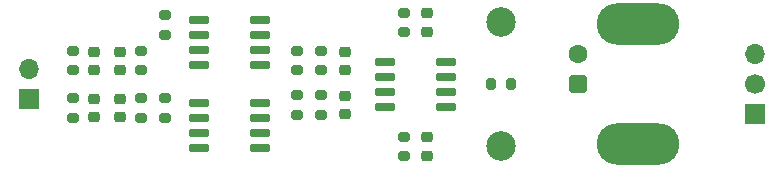
<source format=gbr>
%TF.GenerationSoftware,KiCad,Pcbnew,(6.0.10)*%
%TF.CreationDate,2023-06-04T21:30:06-04:00*%
%TF.ProjectId,diff-probe,64696666-2d70-4726-9f62-652e6b696361,A*%
%TF.SameCoordinates,PX1f78a40PY3750280*%
%TF.FileFunction,Soldermask,Top*%
%TF.FilePolarity,Negative*%
%FSLAX46Y46*%
G04 Gerber Fmt 4.6, Leading zero omitted, Abs format (unit mm)*
G04 Created by KiCad (PCBNEW (6.0.10)) date 2023-06-04 21:30:06*
%MOMM*%
%LPD*%
G01*
G04 APERTURE LIST*
G04 Aperture macros list*
%AMRoundRect*
0 Rectangle with rounded corners*
0 $1 Rounding radius*
0 $2 $3 $4 $5 $6 $7 $8 $9 X,Y pos of 4 corners*
0 Add a 4 corners polygon primitive as box body*
4,1,4,$2,$3,$4,$5,$6,$7,$8,$9,$2,$3,0*
0 Add four circle primitives for the rounded corners*
1,1,$1+$1,$2,$3*
1,1,$1+$1,$4,$5*
1,1,$1+$1,$6,$7*
1,1,$1+$1,$8,$9*
0 Add four rect primitives between the rounded corners*
20,1,$1+$1,$2,$3,$4,$5,0*
20,1,$1+$1,$4,$5,$6,$7,0*
20,1,$1+$1,$6,$7,$8,$9,0*
20,1,$1+$1,$8,$9,$2,$3,0*%
%AMHorizOval*
0 Thick line with rounded ends*
0 $1 width*
0 $2 $3 position (X,Y) of the first rounded end (center of the circle)*
0 $4 $5 position (X,Y) of the second rounded end (center of the circle)*
0 Add line between two ends*
20,1,$1,$2,$3,$4,$5,0*
0 Add two circle primitives to create the rounded ends*
1,1,$1,$2,$3*
1,1,$1,$4,$5*%
G04 Aperture macros list end*
%ADD10C,2.500000*%
%ADD11RoundRect,0.200000X0.275000X-0.200000X0.275000X0.200000X-0.275000X0.200000X-0.275000X-0.200000X0*%
%ADD12RoundRect,0.200000X-0.275000X0.200000X-0.275000X-0.200000X0.275000X-0.200000X0.275000X0.200000X0*%
%ADD13RoundRect,0.218750X-0.256250X0.218750X-0.256250X-0.218750X0.256250X-0.218750X0.256250X0.218750X0*%
%ADD14O,7.000000X3.500000*%
%ADD15RoundRect,0.400000X-0.400000X0.400000X-0.400000X-0.400000X0.400000X-0.400000X0.400000X0.400000X0*%
%ADD16C,1.600000*%
%ADD17RoundRect,0.150000X-0.725000X-0.150000X0.725000X-0.150000X0.725000X0.150000X-0.725000X0.150000X0*%
%ADD18RoundRect,0.225000X-0.250000X0.225000X-0.250000X-0.225000X0.250000X-0.225000X0.250000X0.225000X0*%
%ADD19RoundRect,0.225000X0.250000X-0.225000X0.250000X0.225000X-0.250000X0.225000X-0.250000X-0.225000X0*%
%ADD20R,1.700000X1.700000*%
%ADD21O,1.700000X1.700000*%
%ADD22RoundRect,0.200000X-0.200000X-0.275000X0.200000X-0.275000X0.200000X0.275000X-0.200000X0.275000X0*%
%ADD23HorizOval,1.700000X0.000000X0.000000X0.000000X0.000000X0*%
G04 APERTURE END LIST*
D10*
%TO.C,H2*%
X42000000Y2750000D03*
%TD*%
%TO.C,H1*%
X42000000Y13250000D03*
%TD*%
D11*
%TO.C,R21*%
X33750000Y1925000D03*
X33750000Y3575000D03*
%TD*%
D12*
%TO.C,R20*%
X33750000Y14075000D03*
X33750000Y12425000D03*
%TD*%
D13*
%TO.C,D21*%
X35750000Y1962500D03*
X35750000Y3537500D03*
%TD*%
%TO.C,D20*%
X35712500Y14037500D03*
X35712500Y12462500D03*
%TD*%
D14*
%TO.C,J2*%
X53580000Y2920000D03*
X53580000Y13080000D03*
D15*
X48500000Y8000000D03*
D16*
X48500000Y10540000D03*
%TD*%
D17*
%TO.C,U1*%
X16425000Y6405000D03*
X16425000Y5135000D03*
X16425000Y3865000D03*
X16425000Y2595000D03*
X21575000Y2595000D03*
X21575000Y3865000D03*
X21575000Y5135000D03*
X21575000Y6405000D03*
%TD*%
D11*
%TO.C,R3*%
X5750000Y9175000D03*
X5750000Y10825000D03*
%TD*%
D18*
%TO.C,C4*%
X9750000Y10775000D03*
X9750000Y9225000D03*
%TD*%
D12*
%TO.C,R7*%
X13500000Y13825000D03*
X13500000Y12175000D03*
%TD*%
D19*
%TO.C,C6*%
X28750000Y9225000D03*
X28750000Y10775000D03*
%TD*%
D18*
%TO.C,C1*%
X7500000Y6775000D03*
X7500000Y5225000D03*
%TD*%
D11*
%TO.C,R4*%
X11500000Y9175000D03*
X11500000Y10825000D03*
%TD*%
D12*
%TO.C,R2*%
X11500000Y6825000D03*
X11500000Y5175000D03*
%TD*%
D17*
%TO.C,U2*%
X21575000Y13405000D03*
X21575000Y12135000D03*
X21575000Y10865000D03*
X21575000Y9595000D03*
X16425000Y9595000D03*
X16425000Y10865000D03*
X16425000Y12135000D03*
X16425000Y13405000D03*
%TD*%
D19*
%TO.C,C2*%
X9750000Y5225000D03*
X9750000Y6775000D03*
%TD*%
D18*
%TO.C,C5*%
X28750000Y7025000D03*
X28750000Y5475000D03*
%TD*%
D12*
%TO.C,R9*%
X26750000Y7075000D03*
X26750000Y5425000D03*
%TD*%
%TO.C,R1*%
X5750000Y6825000D03*
X5750000Y5175000D03*
%TD*%
D11*
%TO.C,R11*%
X26750000Y9175000D03*
X26750000Y10825000D03*
%TD*%
D20*
%TO.C,J1*%
X2000000Y6730000D03*
D21*
X2000000Y9270000D03*
%TD*%
D11*
%TO.C,R8*%
X24750000Y5425000D03*
X24750000Y7075000D03*
%TD*%
D22*
%TO.C,R12*%
X41175000Y8000000D03*
X42825000Y8000000D03*
%TD*%
D19*
%TO.C,C3*%
X7500000Y9225000D03*
X7500000Y10775000D03*
%TD*%
D12*
%TO.C,R10*%
X24750000Y10825000D03*
X24750000Y9175000D03*
%TD*%
D11*
%TO.C,R5*%
X13500000Y5175000D03*
X13500000Y6825000D03*
%TD*%
D17*
%TO.C,U3*%
X32175000Y9905000D03*
X32175000Y8635000D03*
X32175000Y7365000D03*
X32175000Y6095000D03*
X37325000Y6095000D03*
X37325000Y7365000D03*
X37325000Y8635000D03*
X37325000Y9905000D03*
%TD*%
D20*
%TO.C,J3*%
X63500000Y5460000D03*
D23*
X63500000Y8000000D03*
D21*
X63500000Y10540000D03*
%TD*%
M02*

</source>
